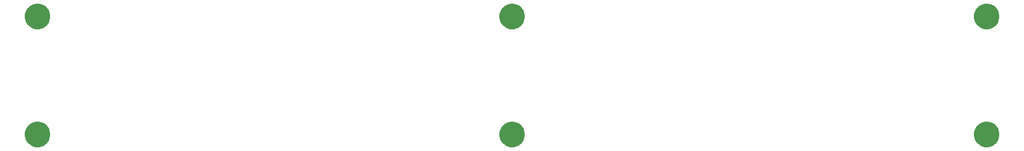
<source format=gbr>
G04 #@! TF.GenerationSoftware,KiCad,Pcbnew,(5.1.4)-1*
G04 #@! TF.CreationDate,2020-11-05T18:38:46-08:00*
G04 #@! TF.ProjectId,plate,706c6174-652e-46b6-9963-61645f706362,rev?*
G04 #@! TF.SameCoordinates,Original*
G04 #@! TF.FileFunction,Soldermask,Bot*
G04 #@! TF.FilePolarity,Negative*
%FSLAX46Y46*%
G04 Gerber Fmt 4.6, Leading zero omitted, Abs format (unit mm)*
G04 Created by KiCad (PCBNEW (5.1.4)-1) date 2020-11-05 18:38:46*
%MOMM*%
%LPD*%
G04 APERTURE LIST*
%ADD10C,0.100000*%
G04 APERTURE END LIST*
D10*
G36*
X109342004Y-49621568D02*
G01*
X109715261Y-49776176D01*
X109715263Y-49776177D01*
X110051186Y-50000634D01*
X110336866Y-50286314D01*
X110560863Y-50621548D01*
X110561324Y-50622239D01*
X110715932Y-50995496D01*
X110794750Y-51391743D01*
X110794750Y-51795757D01*
X110715932Y-52192004D01*
X110604148Y-52461874D01*
X110561323Y-52565263D01*
X110336866Y-52901186D01*
X110051186Y-53186866D01*
X109715263Y-53411323D01*
X109715262Y-53411324D01*
X109715261Y-53411324D01*
X109342004Y-53565932D01*
X108945757Y-53644750D01*
X108541743Y-53644750D01*
X108145496Y-53565932D01*
X107772239Y-53411324D01*
X107772238Y-53411324D01*
X107772237Y-53411323D01*
X107436314Y-53186866D01*
X107150634Y-52901186D01*
X106926177Y-52565263D01*
X106883352Y-52461874D01*
X106771568Y-52192004D01*
X106692750Y-51795757D01*
X106692750Y-51391743D01*
X106771568Y-50995496D01*
X106926176Y-50622239D01*
X106926638Y-50621548D01*
X107150634Y-50286314D01*
X107436314Y-50000634D01*
X107772237Y-49776177D01*
X107772239Y-49776176D01*
X108145496Y-49621568D01*
X108541743Y-49542750D01*
X108945757Y-49542750D01*
X109342004Y-49621568D01*
X109342004Y-49621568D01*
G37*
G36*
X33142004Y-49621568D02*
G01*
X33515261Y-49776176D01*
X33515263Y-49776177D01*
X33851186Y-50000634D01*
X34136866Y-50286314D01*
X34360863Y-50621548D01*
X34361324Y-50622239D01*
X34515932Y-50995496D01*
X34594750Y-51391743D01*
X34594750Y-51795757D01*
X34515932Y-52192004D01*
X34404148Y-52461874D01*
X34361323Y-52565263D01*
X34136866Y-52901186D01*
X33851186Y-53186866D01*
X33515263Y-53411323D01*
X33515262Y-53411324D01*
X33515261Y-53411324D01*
X33142004Y-53565932D01*
X32745757Y-53644750D01*
X32341743Y-53644750D01*
X31945496Y-53565932D01*
X31572239Y-53411324D01*
X31572238Y-53411324D01*
X31572237Y-53411323D01*
X31236314Y-53186866D01*
X30950634Y-52901186D01*
X30726177Y-52565263D01*
X30683352Y-52461874D01*
X30571568Y-52192004D01*
X30492750Y-51795757D01*
X30492750Y-51391743D01*
X30571568Y-50995496D01*
X30726176Y-50622239D01*
X30726638Y-50621548D01*
X30950634Y-50286314D01*
X31236314Y-50000634D01*
X31572237Y-49776177D01*
X31572239Y-49776176D01*
X31945496Y-49621568D01*
X32341743Y-49542750D01*
X32745757Y-49542750D01*
X33142004Y-49621568D01*
X33142004Y-49621568D01*
G37*
G36*
X185542004Y-49621568D02*
G01*
X185915261Y-49776176D01*
X185915263Y-49776177D01*
X186251186Y-50000634D01*
X186536866Y-50286314D01*
X186760863Y-50621548D01*
X186761324Y-50622239D01*
X186915932Y-50995496D01*
X186994750Y-51391743D01*
X186994750Y-51795757D01*
X186915932Y-52192004D01*
X186804148Y-52461874D01*
X186761323Y-52565263D01*
X186536866Y-52901186D01*
X186251186Y-53186866D01*
X185915263Y-53411323D01*
X185915262Y-53411324D01*
X185915261Y-53411324D01*
X185542004Y-53565932D01*
X185145757Y-53644750D01*
X184741743Y-53644750D01*
X184345496Y-53565932D01*
X183972239Y-53411324D01*
X183972238Y-53411324D01*
X183972237Y-53411323D01*
X183636314Y-53186866D01*
X183350634Y-52901186D01*
X183126177Y-52565263D01*
X183083352Y-52461874D01*
X182971568Y-52192004D01*
X182892750Y-51795757D01*
X182892750Y-51391743D01*
X182971568Y-50995496D01*
X183126176Y-50622239D01*
X183126638Y-50621548D01*
X183350634Y-50286314D01*
X183636314Y-50000634D01*
X183972237Y-49776177D01*
X183972239Y-49776176D01*
X184345496Y-49621568D01*
X184741743Y-49542750D01*
X185145757Y-49542750D01*
X185542004Y-49621568D01*
X185542004Y-49621568D01*
G37*
G36*
X109342004Y-30571568D02*
G01*
X109715261Y-30726176D01*
X109715263Y-30726177D01*
X110051186Y-30950634D01*
X110336866Y-31236314D01*
X110560863Y-31571548D01*
X110561324Y-31572239D01*
X110715932Y-31945496D01*
X110794750Y-32341743D01*
X110794750Y-32745757D01*
X110715932Y-33142004D01*
X110604148Y-33411874D01*
X110561323Y-33515263D01*
X110336866Y-33851186D01*
X110051186Y-34136866D01*
X109715263Y-34361323D01*
X109715262Y-34361324D01*
X109715261Y-34361324D01*
X109342004Y-34515932D01*
X108945757Y-34594750D01*
X108541743Y-34594750D01*
X108145496Y-34515932D01*
X107772239Y-34361324D01*
X107772238Y-34361324D01*
X107772237Y-34361323D01*
X107436314Y-34136866D01*
X107150634Y-33851186D01*
X106926177Y-33515263D01*
X106883352Y-33411874D01*
X106771568Y-33142004D01*
X106692750Y-32745757D01*
X106692750Y-32341743D01*
X106771568Y-31945496D01*
X106926176Y-31572239D01*
X106926638Y-31571548D01*
X107150634Y-31236314D01*
X107436314Y-30950634D01*
X107772237Y-30726177D01*
X107772239Y-30726176D01*
X108145496Y-30571568D01*
X108541743Y-30492750D01*
X108945757Y-30492750D01*
X109342004Y-30571568D01*
X109342004Y-30571568D01*
G37*
G36*
X33142004Y-30571568D02*
G01*
X33515261Y-30726176D01*
X33515263Y-30726177D01*
X33851186Y-30950634D01*
X34136866Y-31236314D01*
X34360863Y-31571548D01*
X34361324Y-31572239D01*
X34515932Y-31945496D01*
X34594750Y-32341743D01*
X34594750Y-32745757D01*
X34515932Y-33142004D01*
X34404148Y-33411874D01*
X34361323Y-33515263D01*
X34136866Y-33851186D01*
X33851186Y-34136866D01*
X33515263Y-34361323D01*
X33515262Y-34361324D01*
X33515261Y-34361324D01*
X33142004Y-34515932D01*
X32745757Y-34594750D01*
X32341743Y-34594750D01*
X31945496Y-34515932D01*
X31572239Y-34361324D01*
X31572238Y-34361324D01*
X31572237Y-34361323D01*
X31236314Y-34136866D01*
X30950634Y-33851186D01*
X30726177Y-33515263D01*
X30683352Y-33411874D01*
X30571568Y-33142004D01*
X30492750Y-32745757D01*
X30492750Y-32341743D01*
X30571568Y-31945496D01*
X30726176Y-31572239D01*
X30726638Y-31571548D01*
X30950634Y-31236314D01*
X31236314Y-30950634D01*
X31572237Y-30726177D01*
X31572239Y-30726176D01*
X31945496Y-30571568D01*
X32341743Y-30492750D01*
X32745757Y-30492750D01*
X33142004Y-30571568D01*
X33142004Y-30571568D01*
G37*
G36*
X185542004Y-30571568D02*
G01*
X185915261Y-30726176D01*
X185915263Y-30726177D01*
X186251186Y-30950634D01*
X186536866Y-31236314D01*
X186760863Y-31571548D01*
X186761324Y-31572239D01*
X186915932Y-31945496D01*
X186994750Y-32341743D01*
X186994750Y-32745757D01*
X186915932Y-33142004D01*
X186804148Y-33411874D01*
X186761323Y-33515263D01*
X186536866Y-33851186D01*
X186251186Y-34136866D01*
X185915263Y-34361323D01*
X185915262Y-34361324D01*
X185915261Y-34361324D01*
X185542004Y-34515932D01*
X185145757Y-34594750D01*
X184741743Y-34594750D01*
X184345496Y-34515932D01*
X183972239Y-34361324D01*
X183972238Y-34361324D01*
X183972237Y-34361323D01*
X183636314Y-34136866D01*
X183350634Y-33851186D01*
X183126177Y-33515263D01*
X183083352Y-33411874D01*
X182971568Y-33142004D01*
X182892750Y-32745757D01*
X182892750Y-32341743D01*
X182971568Y-31945496D01*
X183126176Y-31572239D01*
X183126638Y-31571548D01*
X183350634Y-31236314D01*
X183636314Y-30950634D01*
X183972237Y-30726177D01*
X183972239Y-30726176D01*
X184345496Y-30571568D01*
X184741743Y-30492750D01*
X185145757Y-30492750D01*
X185542004Y-30571568D01*
X185542004Y-30571568D01*
G37*
M02*

</source>
